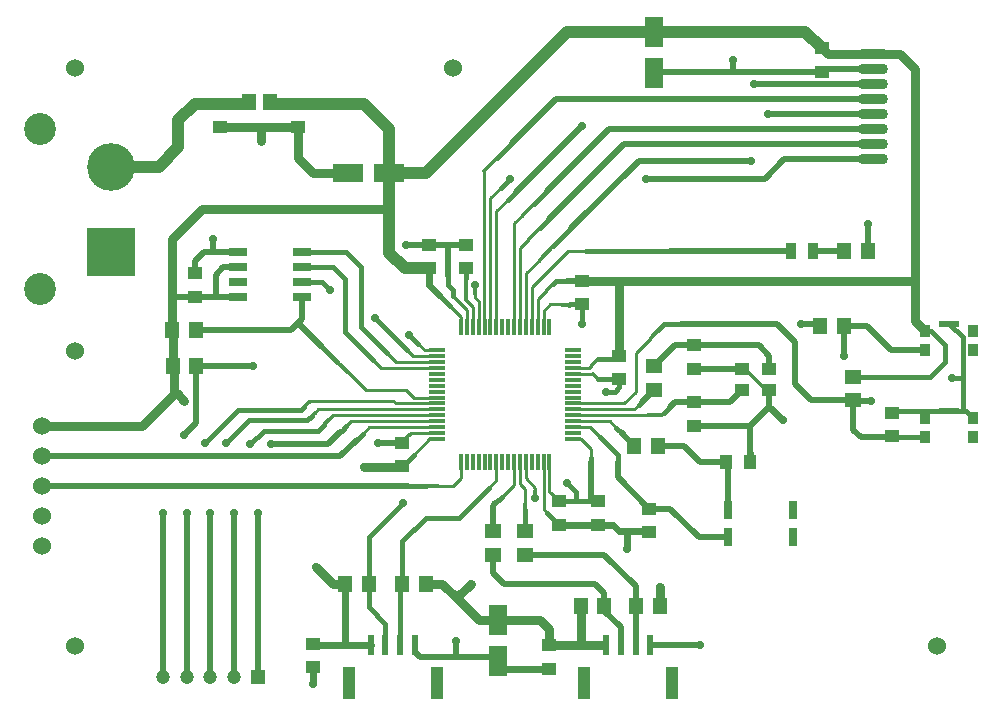
<source format=gtl>
G04*
G04 #@! TF.GenerationSoftware,Altium Limited,Altium Designer,25.8.1 (18)*
G04*
G04 Layer_Physical_Order=1*
G04 Layer_Color=255*
%FSLAX44Y44*%
%MOMM*%
G71*
G04*
G04 #@! TF.SameCoordinates,96B50244-D1D5-4C2D-93FB-96D2E815F5E8*
G04*
G04*
G04 #@! TF.FilePolarity,Positive*
G04*
G01*
G75*
%ADD15C,0.2540*%
%ADD17R,1.2500X1.0000*%
%ADD18R,1.4750X0.3000*%
%ADD19R,0.3000X1.4750*%
%ADD20R,1.5250X0.6500*%
%ADD21R,1.0000X1.2500*%
%ADD22R,0.9000X1.0000*%
%ADD23R,1.3000X1.1000*%
%ADD24R,1.7000X0.5500*%
%ADD25R,1.2000X1.4500*%
%ADD26O,2.5400X0.9000*%
%ADD27R,1.6000X2.5000*%
%ADD28R,0.6000X1.7000*%
%ADD29R,2.5000X1.6000*%
%ADD30R,1.0000X2.7000*%
%ADD31R,0.7000X1.6000*%
%ADD32R,1.4500X1.2000*%
%ADD33R,1.1500X1.4500*%
%ADD34R,0.9500X1.4000*%
%ADD53C,1.5240*%
%ADD54C,1.2000*%
%ADD55R,1.2000X1.2000*%
%ADD57C,0.5000*%
%ADD58C,0.8000*%
%ADD59C,0.6000*%
%ADD60C,0.2560*%
%ADD61C,0.4000*%
%ADD62C,0.3000*%
%ADD63C,1.0000*%
%ADD64C,2.7000*%
%ADD65C,4.0500*%
%ADD66R,4.0500X4.0500*%
%ADD67C,0.7000*%
D15*
X849630Y836930D02*
X861580Y824980D01*
Y810490D02*
Y824980D01*
X926580Y810490D02*
Y823710D01*
X932340Y829470D01*
X942180D01*
X942340Y829310D01*
X921580Y833950D02*
X929640Y842010D01*
X933290Y669290D02*
X933450D01*
X931580Y671000D02*
X933290Y669290D01*
X931580Y671000D02*
Y695730D01*
X876382Y819233D02*
Y942422D01*
Y810688D02*
X876580Y810490D01*
X876382Y810688D02*
Y819233D01*
X909080Y905510D02*
X909320D01*
X901580Y898010D02*
X909080Y905510D01*
X901580Y810490D02*
Y898010D01*
X911580Y855700D02*
X923290Y867410D01*
X911580Y810490D02*
Y855700D01*
X906580Y877370D02*
X914400Y885190D01*
X906580Y810490D02*
Y877370D01*
X847090Y828040D02*
X856580Y818550D01*
Y810490D02*
Y818550D01*
X921580Y810490D02*
Y833950D01*
X966470Y699770D02*
Y707390D01*
X958250Y715610D02*
X966470Y707390D01*
X951460Y715610D02*
X958250D01*
X1104900Y1016000D02*
X1104900Y1016000D01*
X886580Y810490D02*
Y908170D01*
X896620Y918210D01*
X866580Y810490D02*
Y827600D01*
X861060Y833120D02*
X866580Y827600D01*
X947420Y875030D02*
X962660D01*
X916580Y844190D02*
X947420Y875030D01*
X916580Y810490D02*
Y844190D01*
X951460Y725610D02*
X966030D01*
X970280Y721360D01*
X982620Y730610D02*
X988060Y725170D01*
X982620Y730610D02*
Y730610D01*
X951460Y735610D02*
X1015010D01*
X951460Y740610D02*
X1003500D01*
X1007110Y744220D01*
X951460Y730610D02*
X982620D01*
D17*
X731520Y522130D02*
D03*
X806450Y712310D02*
D03*
X930910Y520860D02*
D03*
X939800Y642780D02*
D03*
X631190Y855820D02*
D03*
X652780Y979330D02*
D03*
X718820D02*
D03*
X829310Y879950D02*
D03*
X861060D02*
D03*
X1016000Y636430D02*
D03*
X972820Y642620D02*
D03*
X1054100Y726600D02*
D03*
X1221740Y737710D02*
D03*
X990600Y765970D02*
D03*
X958850Y829470D02*
D03*
X1054100Y774860D02*
D03*
X1162050Y1026320D02*
D03*
Y1046320D02*
D03*
X958850Y849470D02*
D03*
X990600Y785970D02*
D03*
X972820Y662620D02*
D03*
X939800Y662780D02*
D03*
X930910Y540860D02*
D03*
X718820Y999330D02*
D03*
X829310Y859950D02*
D03*
X631190Y835820D02*
D03*
X806450Y692310D02*
D03*
X731520Y542130D02*
D03*
X652780Y999330D02*
D03*
X1054100Y794860D02*
D03*
X1016000Y656430D02*
D03*
X1221740Y717710D02*
D03*
X1054100Y746600D02*
D03*
X861060Y859950D02*
D03*
D18*
X836700Y720610D02*
D03*
X951460Y770610D02*
D03*
Y775610D02*
D03*
Y715610D02*
D03*
X836700D02*
D03*
X951460Y720610D02*
D03*
Y725610D02*
D03*
Y730610D02*
D03*
Y735610D02*
D03*
Y740610D02*
D03*
Y745610D02*
D03*
Y750610D02*
D03*
Y755610D02*
D03*
Y760610D02*
D03*
Y765610D02*
D03*
Y780610D02*
D03*
Y785610D02*
D03*
Y790610D02*
D03*
X836700D02*
D03*
Y785610D02*
D03*
Y780610D02*
D03*
Y775610D02*
D03*
Y770610D02*
D03*
Y765610D02*
D03*
Y760610D02*
D03*
Y755610D02*
D03*
Y750610D02*
D03*
Y745610D02*
D03*
Y740610D02*
D03*
Y735610D02*
D03*
Y730610D02*
D03*
Y725610D02*
D03*
D19*
X926580Y810490D02*
D03*
Y695730D02*
D03*
X861580Y810490D02*
D03*
X876580D02*
D03*
X901580D02*
D03*
X911580D02*
D03*
X906580D02*
D03*
X881580D02*
D03*
X856580D02*
D03*
X921580D02*
D03*
X931580Y695730D02*
D03*
X886580Y810490D02*
D03*
X916580D02*
D03*
X931580D02*
D03*
X896580D02*
D03*
X891580D02*
D03*
X871580D02*
D03*
X866580D02*
D03*
X856580Y695730D02*
D03*
X861580D02*
D03*
X866580D02*
D03*
X871580D02*
D03*
X876580D02*
D03*
X881580D02*
D03*
X886580D02*
D03*
X891580D02*
D03*
X896580D02*
D03*
X901580D02*
D03*
X906580D02*
D03*
X911580D02*
D03*
X916580D02*
D03*
X921580D02*
D03*
D20*
X667570Y873760D02*
D03*
Y861060D02*
D03*
Y835660D02*
D03*
Y848360D02*
D03*
X721810Y873760D02*
D03*
Y861060D02*
D03*
Y848360D02*
D03*
Y835660D02*
D03*
D21*
X1100930Y695960D02*
D03*
X1080930D02*
D03*
D22*
X1249500Y733170D02*
D03*
X1290500D02*
D03*
Y806830D02*
D03*
X1249500Y790830D02*
D03*
X1290500D02*
D03*
X1249500Y806830D02*
D03*
X1290500Y717170D02*
D03*
X1249500D02*
D03*
D23*
X1117670Y756810D02*
D03*
X1094670Y774810D02*
D03*
X1117670D02*
D03*
X1094670Y756810D02*
D03*
D24*
X1270000Y739420D02*
D03*
Y813080D02*
D03*
D25*
X1201260Y875030D02*
D03*
X1160940Y811530D02*
D03*
X1180940D02*
D03*
X1024730Y574040D02*
D03*
X957900D02*
D03*
X612300Y807720D02*
D03*
X612460Y777240D02*
D03*
X826610Y593090D02*
D03*
X758350D02*
D03*
X806610D02*
D03*
X1181260Y875030D02*
D03*
X1004730Y574040D02*
D03*
X977900D02*
D03*
X778350Y593090D02*
D03*
X632300Y807720D02*
D03*
X632460Y777240D02*
D03*
X1003460Y709930D02*
D03*
X1023460D02*
D03*
D26*
X1205230Y1028700D02*
D03*
Y952500D02*
D03*
Y965200D02*
D03*
Y977900D02*
D03*
Y990600D02*
D03*
Y1003300D02*
D03*
Y1016000D02*
D03*
Y1041400D02*
D03*
D27*
X1019810Y1025170D02*
D03*
X887730Y527330D02*
D03*
Y562330D02*
D03*
X1019810Y1060170D02*
D03*
D28*
X817580Y540930D02*
D03*
X1016970D02*
D03*
X1004470D02*
D03*
X991970D02*
D03*
X979470D02*
D03*
X805080D02*
D03*
X792580D02*
D03*
X780080D02*
D03*
D29*
X761010Y941070D02*
D03*
X796010D02*
D03*
D30*
X1035470Y508930D02*
D03*
X960970D02*
D03*
X836080D02*
D03*
X761580D02*
D03*
D31*
X1137480Y632390D02*
D03*
X1082480D02*
D03*
Y655390D02*
D03*
X1137480D02*
D03*
D32*
X1188720Y768190D02*
D03*
X883920Y637380D02*
D03*
Y617380D02*
D03*
X910590Y637380D02*
D03*
Y617380D02*
D03*
X1019810Y777080D02*
D03*
Y757080D02*
D03*
X1188720Y748190D02*
D03*
D33*
X694800Y1000760D02*
D03*
X676800D02*
D03*
D34*
X1155040Y875030D02*
D03*
X1136040D02*
D03*
D53*
X501650Y650240D02*
D03*
Y726440D02*
D03*
X530000Y1030000D02*
D03*
X850000D02*
D03*
X1260000Y540000D02*
D03*
X530000Y790000D02*
D03*
Y540000D02*
D03*
X501650Y624840D02*
D03*
Y675640D02*
D03*
Y701040D02*
D03*
D54*
X604530Y514350D02*
D03*
X624530D02*
D03*
X644530D02*
D03*
X664530D02*
D03*
D55*
X684530D02*
D03*
D57*
X977900Y570230D02*
Y574040D01*
X991970Y540930D02*
Y556160D01*
X977900Y570230D02*
X991970Y556160D01*
X1004470Y574300D02*
Y590650D01*
Y540930D02*
Y573780D01*
X977740Y617380D02*
X1004470Y590650D01*
X852170Y530860D02*
X887730D01*
Y527330D02*
Y530860D01*
X852170D02*
Y544830D01*
X631190Y856930D02*
Y866140D01*
X860900Y880110D02*
X861060Y879950D01*
X1054100Y726600D02*
X1101250D01*
X1117670Y743020D02*
Y756810D01*
X1054150Y774810D02*
X1094670D01*
X1019810Y1025170D02*
X1020960Y1026320D01*
X1162050D02*
Y1028700D01*
X786290Y712310D02*
X806450D01*
X1087120Y1026320D02*
Y1036320D01*
X1020960Y1026320D02*
X1087120D01*
X1162050D01*
Y1028700D02*
X1205230D01*
X817580Y534970D02*
X821690Y530860D01*
X852170D01*
X817580Y534970D02*
Y540930D01*
X1201420Y875190D02*
Y897890D01*
X631190Y866140D02*
X638810Y873760D01*
X646430D01*
X667570D01*
X829310Y879950D02*
X829470Y880110D01*
X810260D02*
X810420Y879950D01*
X829310D01*
X646430Y873760D02*
Y885190D01*
X1144270Y812800D02*
X1159670D01*
X1016970Y540930D02*
X1059090D01*
X1059180Y541020D01*
X845820Y853440D02*
Y880110D01*
X860900D01*
X829470D02*
X845820D01*
X1101250Y703420D02*
Y726600D01*
X1117670Y743020D01*
X718820Y814070D02*
X721810Y817060D01*
X744220Y711200D02*
X754380Y721360D01*
X695960Y711200D02*
X744220D01*
X501650Y701040D02*
X754380D01*
X768350Y715010D01*
X883920Y637380D02*
Y659130D01*
X885825Y661035D01*
X910590Y617380D02*
X977740D01*
X834390Y840740D02*
X839470Y835660D01*
X631190D02*
X648970D01*
X958690Y849630D02*
X958850Y849470D01*
X946150Y849630D02*
X958690D01*
X970280Y593090D02*
X977900Y585470D01*
Y574040D02*
Y585470D01*
X712470Y807720D02*
X718820Y814070D01*
X739140Y793750D01*
X1220850Y790830D02*
X1249500D01*
X1200150Y811530D02*
X1220850Y790830D01*
X1180940Y811530D02*
X1200150D01*
X1181100Y786130D02*
Y807221D01*
X1188880Y748030D02*
X1203960D01*
X1153000Y748190D02*
X1188720D01*
X1139190Y762000D02*
X1153000Y748190D01*
X1139190Y762000D02*
Y797560D01*
X1123950Y812800D02*
X1139190Y797560D01*
X1042670Y812800D02*
X1123950D01*
X629920Y835660D02*
X631190Y836930D01*
X612140Y835660D02*
X629920D01*
X632460Y777240D02*
X680720D01*
X622300Y718820D02*
X632460Y728980D01*
Y777240D01*
X664210Y514670D02*
Y652780D01*
X501650Y675640D02*
X811530D01*
X721810Y817060D02*
Y835660D01*
X1059180Y695960D02*
X1080930D01*
X1045210Y709930D02*
X1059180Y695960D01*
X806290Y692150D02*
X806450Y692310D01*
X1181260Y875030D02*
X1182530D01*
X1155040D02*
X1181260D01*
X1154430D02*
X1155040D01*
X1136040D02*
X1136650D01*
X1033780D02*
X1136040D01*
X937260Y1003300D02*
X1205230D01*
X900207Y966247D02*
X937260Y1003300D01*
X981710Y977900D02*
X1205230D01*
X929640Y925830D02*
X981710Y977900D01*
X1007110Y951230D02*
X1102360D01*
X1116330Y990600D02*
X1205230D01*
X949960Y894080D02*
X1007110Y951230D01*
X994410Y965200D02*
X1205230D01*
X930910Y901700D02*
X994410Y965200D01*
X1130300Y952500D02*
X1205230D01*
X1113790Y935990D02*
X1130300Y952500D01*
X1013460Y935990D02*
X1113790D01*
X966470Y664210D02*
X967900Y662780D01*
X966470Y664210D02*
Y695960D01*
X655320Y861060D02*
X667570D01*
X648970Y854710D02*
X655320Y861060D01*
X648970Y835660D02*
Y854710D01*
X610870Y834390D02*
X612140Y835660D01*
X648970D02*
X667570D01*
X731520Y542130D02*
X732720Y540930D01*
X1104900Y1016000D02*
X1205230D01*
X902970Y924560D02*
X958850Y980440D01*
X1188720Y723520D02*
Y748190D01*
X1195070Y717170D02*
X1219360D01*
X883920Y601980D02*
X892810Y593090D01*
X970280D01*
X883920Y601980D02*
Y617380D01*
X604520Y514360D02*
Y652780D01*
X1188720Y723520D02*
X1195070Y717170D01*
X632460Y807720D02*
X712470D01*
X624840Y514660D02*
Y652780D01*
X644530Y514350D02*
Y652780D01*
X684530Y514350D02*
Y652780D01*
X1033940Y656430D02*
X1057980Y632390D01*
X1082480D01*
X1016000Y656430D02*
X1033940D01*
X989330Y683100D02*
X1016000Y656430D01*
X989330Y683100D02*
Y695960D01*
X1023460Y709930D02*
X1045210D01*
X1003300D02*
X1003460D01*
X991870Y721360D02*
X1003300Y709930D01*
X1037430Y746600D02*
X1054100D01*
X1033780Y742950D02*
X1037430Y746600D01*
X1084460D02*
X1094670Y756810D01*
X1054100Y746600D02*
X1084460D01*
X1117670Y774810D02*
Y786060D01*
X1108870Y794860D02*
X1117670Y786060D01*
X1054100Y794860D02*
X1108870D01*
X1037590D02*
X1054100D01*
X1019810Y777080D02*
X1037590Y794860D01*
X1019810Y756920D02*
Y757080D01*
X1009650Y746760D02*
X1019810Y756920D01*
X1082480Y655390D02*
Y694410D01*
D58*
X1024730Y574040D02*
Y590390D01*
X1024890Y590550D01*
X613420Y754380D02*
Y776280D01*
Y754380D02*
X615950D01*
X612460Y777240D02*
X613420Y776280D01*
X687070Y967740D02*
Y979330D01*
X718820D01*
X652780D02*
X687070D01*
X731071Y941070D02*
X761010D01*
X718820Y953321D02*
Y979330D01*
Y953321D02*
X731071Y941070D01*
X615950Y754380D02*
X622300Y748030D01*
X501650Y726440D02*
X586280D01*
X613420Y753580D01*
X990600Y785970D02*
Y849470D01*
X1240790D01*
X958850D02*
X990600D01*
X734060Y607060D02*
X748030Y593090D01*
X758350D01*
X826610D02*
X840740D01*
X852170Y581660D01*
X871500Y562330D01*
X974090Y540930D02*
X976630D01*
X974020Y540860D02*
X974090Y540930D01*
X957580Y540860D02*
X974020D01*
X853440Y581660D02*
X864870Y593090D01*
X852170Y581660D02*
X853440D01*
X1162050Y1046320D02*
X1166970Y1041400D01*
X1205230D01*
X1240790Y849470D02*
Y1028700D01*
Y815540D02*
Y849470D01*
X612460Y777240D02*
Y807560D01*
X774700Y692150D02*
X806290D01*
X1205230Y1041400D02*
X1228090D01*
X1228090Y1041400D02*
X1240790Y1028700D01*
X1228090Y1041400D02*
X1228090Y1041400D01*
X1240790Y815540D02*
X1249500Y806830D01*
X930910Y540860D02*
X957580D01*
X957900Y541180D02*
Y574040D01*
X923570Y562330D02*
X930910Y554990D01*
X957580Y540860D02*
X957900Y541180D01*
X930910Y540860D02*
Y554990D01*
X871500Y562330D02*
X887730D01*
X923570D01*
X637540Y910590D02*
X796010D01*
X612140Y885190D02*
X637540Y910590D01*
X612140Y835660D02*
Y885190D01*
Y807880D02*
Y835660D01*
X801530Y692310D02*
X806450D01*
D59*
X887730Y521020D02*
Y527330D01*
Y521020D02*
X887890Y520860D01*
X930910D01*
X939800Y642780D02*
X972660D01*
X985520Y642620D02*
X990600Y637540D01*
X972820Y642620D02*
X985520D01*
X1014890Y637540D02*
X1016000Y636430D01*
X731520Y508000D02*
Y522130D01*
X996950Y637540D02*
X1014890D01*
X990600D02*
X996950D01*
Y622300D02*
Y637540D01*
X1100930Y695960D02*
Y703420D01*
X1129030Y731520D02*
Y731660D01*
X1117670Y743020D02*
X1129030Y731660D01*
X829310Y845820D02*
Y859950D01*
Y845820D02*
X834390Y840740D01*
X732720Y540930D02*
X758350D01*
Y593090D01*
Y540930D02*
X780080D01*
D60*
X951460Y770610D02*
X968020D01*
X814552Y720610D02*
X836700D01*
X814552Y720572D02*
Y720610D01*
X812800Y718820D02*
X814552Y720572D01*
X926580Y656000D02*
Y695730D01*
Y656000D02*
X929800Y652780D01*
X727710Y746760D02*
X728980Y748030D01*
X798830D01*
X801250Y745610D01*
X836700D01*
X763270Y769620D02*
X775970Y756920D01*
X810260D01*
X816570Y750610D01*
X836700D01*
X744220Y731520D02*
X748310Y735610D01*
X759460Y726440D02*
X763630Y730610D01*
X836700D01*
X773430Y720090D02*
X778950Y725610D01*
X836700D01*
X732790Y737870D02*
X735530Y740610D01*
X836700D01*
X748310Y735610D02*
X836700D01*
X919480Y671830D02*
Y674370D01*
X1004570Y788670D02*
X1017270Y801370D01*
X868680Y835110D02*
Y838200D01*
X871580Y810490D02*
Y832210D01*
X868680Y835110D02*
X871580Y832210D01*
X881380Y819249D02*
Y919480D01*
X890270Y928370D01*
X881380Y819249D02*
X881392Y819237D01*
Y810678D02*
X881580Y810490D01*
X881392Y810678D02*
Y819237D01*
X964840Y775610D02*
X967740Y778510D01*
X951460Y775610D02*
X964840D01*
X829910Y715610D02*
X836700D01*
X816610Y702310D02*
X829910Y715610D01*
X911580Y682270D02*
X919480Y674370D01*
X910590Y660400D02*
Y673100D01*
X906580Y677110D02*
X910590Y673100D01*
X911580Y682270D02*
Y695730D01*
X906580Y677110D02*
Y695730D01*
X891540Y666750D02*
X901580Y676790D01*
Y695730D01*
X880110Y674370D02*
X886392Y680652D01*
Y695542D01*
X886580Y695730D01*
X1004570Y755650D02*
Y788670D01*
X994530Y745610D02*
X1004570Y755650D01*
X951460Y745610D02*
X994530D01*
X820420Y796290D02*
X826100Y790610D01*
X836700D01*
X810986Y790484D02*
X815860Y785610D01*
X836700D01*
X801810Y780610D02*
X836700D01*
X793750Y788670D02*
X801810Y780610D01*
X782320Y782320D02*
X789030Y775610D01*
X836700D01*
X856580Y682590D02*
Y695730D01*
X836930Y675640D02*
X849630D01*
X856580Y682590D01*
D61*
X972660Y642780D02*
X972820Y642620D01*
X1284250Y739420D02*
X1290500Y733170D01*
X1249500D02*
Y737915D01*
X1281570Y739420D02*
X1284250D01*
X1270000D02*
X1281570D01*
X1224280Y737710D02*
X1225990Y739420D01*
X1247995D02*
X1249500Y737915D01*
X1225990Y739420D02*
X1247995D01*
X979170Y755650D02*
X986790D01*
X972660Y765970D02*
X990600D01*
Y759460D02*
Y765970D01*
X986790Y755650D02*
X990600Y759460D01*
X1054100Y774860D02*
X1054150Y774810D01*
X1272540Y767080D02*
X1281570D01*
X1270000Y813080D02*
X1281570Y801510D01*
X958850Y812800D02*
Y829470D01*
X948370Y829310D02*
X948530Y829470D01*
X958850D01*
X929800Y652780D02*
X939800Y642780D01*
X1247995Y739420D02*
X1270000D01*
X1281570D02*
Y767080D01*
Y801510D01*
X845820Y845820D02*
X849630Y842010D01*
X845820Y845820D02*
Y853440D01*
X849630Y836930D02*
Y842010D01*
X721360Y740410D02*
X723900Y742950D01*
X726440Y731520D02*
X730250Y735330D01*
X676910Y731520D02*
X726440D01*
X657860Y712470D02*
X676910Y731520D01*
X755650Y722630D02*
X759460Y726440D01*
X768350Y715010D02*
X773430Y720090D01*
X640080Y712470D02*
X668020Y740410D01*
X721360D01*
X735330Y722630D02*
X740410Y727710D01*
X689610Y722630D02*
X735330D01*
X678180Y711200D02*
X689610Y722630D01*
X910590Y637380D02*
Y655320D01*
X839470Y835660D02*
X847090Y828040D01*
X989490Y783590D02*
X991235Y785335D01*
X937260Y849630D02*
X946150D01*
X934720Y847090D02*
X937260Y849630D01*
X739140Y793750D02*
X751840Y781050D01*
X806610Y628810D02*
X826770Y648970D01*
X806610Y593090D02*
Y628810D01*
X826770Y648970D02*
X854710D01*
X1249500Y806830D02*
X1254380D01*
X1266190Y781050D02*
Y795020D01*
X1254380Y806830D02*
X1266190Y795020D01*
X1253330Y768190D02*
X1266190Y781050D01*
X1188720Y768190D02*
X1253330D01*
X772160Y810260D02*
X793750Y788670D01*
X772160Y810260D02*
Y861060D01*
X759460Y873760D02*
X772160Y861060D01*
X1028700Y812800D02*
X1042670D01*
X1023620Y807720D02*
X1028700Y812800D01*
X721810Y861060D02*
X748030D01*
X758190Y850900D01*
X812800Y803910D02*
X820420Y796290D01*
X811530Y675640D02*
X826770D01*
X783590Y817880D02*
X810986Y790484D01*
X887507Y953547D02*
X900207Y966247D01*
X918210Y914400D02*
X929640Y925830D01*
X934720Y878840D02*
X949960Y894080D01*
X923290D02*
X930910Y901700D01*
X890270Y928370D02*
X897890Y935990D01*
X972820Y783590D02*
X989490D01*
X966470Y695960D02*
Y699770D01*
X953770Y662780D02*
X967900D01*
X953770D02*
Y670560D01*
X939800Y662780D02*
X953770D01*
X946150Y678180D02*
X953770Y670560D01*
X809042Y694742D02*
X816610Y702310D01*
X806980Y694786D02*
X809042Y694742D01*
X803910Y694850D02*
X806450Y692310D01*
X896620Y918210D02*
X902970Y924560D01*
X721810Y848360D02*
X739140D01*
X745490Y842010D01*
X758190Y806450D02*
Y850900D01*
X721810Y873760D02*
X759460D01*
X885825Y661035D02*
X891540Y666750D01*
X805080Y591560D02*
X806610Y593090D01*
X805080Y544740D02*
Y591560D01*
X778350Y572930D02*
Y593090D01*
Y572930D02*
X792580Y558700D01*
Y544740D02*
Y558700D01*
X854710Y648970D02*
X880110Y674370D01*
X778350Y593090D02*
Y632300D01*
X807720Y661670D01*
X861060Y852170D02*
Y859950D01*
X962660Y875030D02*
X1033780D01*
X1219360Y717710D02*
X1221740D01*
Y717170D02*
X1249500D01*
X974090Y717550D02*
X989330Y702310D01*
Y695960D02*
Y702310D01*
X624530Y514350D02*
X624840Y514660D01*
X664210Y652780D02*
X664530Y652460D01*
X810986Y790484D02*
X810986D01*
X758190Y806450D02*
X782320Y782320D01*
X988060Y725170D02*
X991870Y721360D01*
X1028700Y737870D02*
X1033780Y742950D01*
X1007110Y744220D02*
X1009650Y746760D01*
D62*
X968020Y770610D02*
X972660Y765970D01*
X1097170Y774810D02*
X1115170Y756810D01*
X1117670D01*
X1094670Y774810D02*
X1097170D01*
X942340Y829310D02*
X948370D01*
X806450Y712470D02*
X812800Y718820D01*
X806450Y712310D02*
Y712470D01*
X1159670Y812800D02*
X1160940Y811530D01*
X723900Y742950D02*
X727710Y746760D01*
X730250Y735330D02*
X732790Y737870D01*
X740410Y727710D02*
X744220Y731520D01*
X910590Y655320D02*
Y660400D01*
X929640Y842010D02*
X934720Y847090D01*
X751840Y781050D02*
X763270Y769620D01*
X919480Y665480D02*
Y671830D01*
X1017270Y801370D02*
X1023620Y807720D01*
X868680Y838200D02*
Y845820D01*
X826770Y675640D02*
X836930D01*
X939800Y662780D02*
Y662940D01*
X933450Y669290D02*
X939800Y662940D01*
X876382Y942422D02*
X887507Y953547D01*
X909320Y905510D02*
X918210Y914400D01*
X923290Y867410D02*
X934720Y878840D01*
X914400Y885190D02*
X923290Y894080D01*
X967740Y778510D02*
X972820Y783590D01*
X861060Y833120D02*
Y852170D01*
X970280Y721360D02*
X974090Y717550D01*
X1026440Y735610D02*
X1028700Y737870D01*
X1015010Y735610D02*
X1026440D01*
D63*
X652780Y999330D02*
X675370D01*
X676800Y1000760D01*
X1019810Y1060170D02*
X1148200D01*
X1162050Y1046320D01*
X560070Y946150D02*
X600710D01*
X617220Y962660D01*
Y985520D01*
X631030Y999330D01*
X652780D01*
X718820D02*
X774860D01*
X696230D02*
X718820D01*
X774860D02*
X796010Y978180D01*
Y941070D02*
Y978180D01*
Y910590D02*
Y941070D01*
Y872770D02*
Y910590D01*
Y872770D02*
X808830Y859950D01*
X829310D01*
X946150Y1060450D02*
X1019530D01*
X826770Y941070D02*
X946150Y1060450D01*
X1019530D02*
X1019810Y1060170D01*
X796010Y941070D02*
X826770D01*
X694800Y1000760D02*
X696230Y999330D01*
D64*
X500070Y977650D02*
D03*
Y842650D02*
D03*
D65*
X560070Y946150D02*
D03*
D66*
Y874150D02*
D03*
D67*
X1024890Y590550D02*
D03*
X852170Y544830D02*
D03*
X786130Y712470D02*
D03*
X646430Y885190D02*
D03*
X687070Y967740D02*
D03*
X979170Y755650D02*
D03*
X1272540Y767080D02*
D03*
X958850Y812800D02*
D03*
X1087120Y1036320D02*
D03*
X1201420Y897890D02*
D03*
X731520Y508000D02*
D03*
X810260Y880110D02*
D03*
X1144270Y812800D02*
D03*
X1059180Y541020D02*
D03*
X996950Y622300D02*
D03*
X1129030Y731520D02*
D03*
X622300Y748030D02*
D03*
X640080Y712470D02*
D03*
X657860D02*
D03*
X678180Y711200D02*
D03*
X695960D02*
D03*
X864870Y593090D02*
D03*
X1181100Y786130D02*
D03*
X1203960Y748030D02*
D03*
X680720Y777240D02*
D03*
X812800Y803910D02*
D03*
X919480Y665480D02*
D03*
X783590Y817880D02*
D03*
X1102360Y951230D02*
D03*
X1116330Y990600D02*
D03*
X1013460Y935990D02*
D03*
X897890D02*
D03*
X946150Y678180D02*
D03*
X774700Y692150D02*
D03*
X734060Y607060D02*
D03*
X1104900Y1016000D02*
D03*
X958850Y980440D02*
D03*
X807720Y661670D02*
D03*
X868680Y845820D02*
D03*
X664210Y652780D02*
D03*
X644530D02*
D03*
X624840D02*
D03*
X684530D02*
D03*
X622300Y718820D02*
D03*
X604520Y652780D02*
D03*
X745490Y842010D02*
D03*
M02*

</source>
